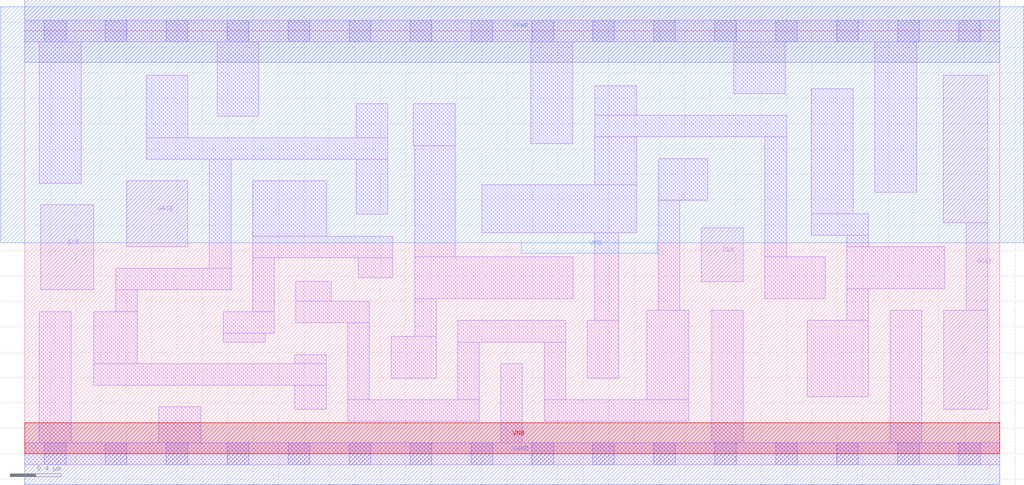
<source format=lef>
# Copyright 2020 The SkyWater PDK Authors
#
# Licensed under the Apache License, Version 2.0 (the "License");
# you may not use this file except in compliance with the License.
# You may obtain a copy of the License at
#
#     https://www.apache.org/licenses/LICENSE-2.0
#
# Unless required by applicable law or agreed to in writing, software
# distributed under the License is distributed on an "AS IS" BASIS,
# WITHOUT WARRANTIES OR CONDITIONS OF ANY KIND, either express or implied.
# See the License for the specific language governing permissions and
# limitations under the License.
#
# SPDX-License-Identifier: Apache-2.0

VERSION 5.7 ;
  NOWIREEXTENSIONATPIN ON ;
  DIVIDERCHAR "/" ;
  BUSBITCHARS "[]" ;
MACRO sky130_fd_sc_ms__sdlclkp_1
  CLASS CORE ;
  FOREIGN sky130_fd_sc_ms__sdlclkp_1 ;
  ORIGIN  0.000000  0.000000 ;
  SIZE  7.680000 BY  3.330000 ;
  SYMMETRY X Y ;
  SITE unit ;
  PIN GATE
    ANTENNAGATEAREA  0.233700 ;
    DIRECTION INPUT ;
    USE SIGNAL ;
    PORT
      LAYER li1 ;
        RECT 0.805000 1.630000 1.285000 2.150000 ;
    END
  END GATE
  PIN GCLK
    ANTENNADIFFAREA  0.616000 ;
    DIRECTION OUTPUT ;
    USE SIGNAL ;
    PORT
      LAYER li1 ;
        RECT 7.235000 1.820000 7.585000 2.980000 ;
        RECT 7.240000 0.350000 7.585000 1.130000 ;
        RECT 7.415000 1.130000 7.585000 1.820000 ;
    END
  END GCLK
  PIN SCE
    ANTENNAGATEAREA  0.233700 ;
    DIRECTION INPUT ;
    USE SIGNAL ;
    PORT
      LAYER li1 ;
        RECT 0.125000 1.290000 0.545000 1.960000 ;
    END
  END SCE
  PIN CLK
    ANTENNAGATEAREA  0.509400 ;
    DIRECTION INPUT ;
    USE CLOCK ;
    PORT
      LAYER li1 ;
        RECT 5.330000 1.355000 5.660000 1.780000 ;
    END
  END CLK
  PIN VGND
    DIRECTION INOUT ;
    USE GROUND ;
    PORT
      LAYER met1 ;
        RECT 0.000000 -0.245000 7.680000 0.245000 ;
    END
  END VGND
  PIN VNB
    DIRECTION INOUT ;
    USE GROUND ;
    PORT
      LAYER pwell ;
        RECT 0.000000 0.000000 7.680000 0.245000 ;
    END
  END VNB
  PIN VPB
    DIRECTION INOUT ;
    USE POWER ;
    PORT
      LAYER nwell ;
        RECT -0.190000 1.660000 7.870000 3.520000 ;
        RECT  3.910000 1.580000 4.980000 1.660000 ;
    END
  END VPB
  PIN VPWR
    DIRECTION INOUT ;
    USE POWER ;
    PORT
      LAYER met1 ;
        RECT 0.000000 3.085000 7.680000 3.575000 ;
    END
  END VPWR
  OBS
    LAYER li1 ;
      RECT 0.000000 -0.085000 7.680000 0.085000 ;
      RECT 0.000000  3.245000 7.680000 3.415000 ;
      RECT 0.115000  0.085000 0.365000 1.120000 ;
      RECT 0.115000  2.130000 0.445000 3.245000 ;
      RECT 0.545000  0.540000 2.375000 0.710000 ;
      RECT 0.545000  0.710000 0.885000 1.120000 ;
      RECT 0.715000  1.120000 0.885000 1.290000 ;
      RECT 0.715000  1.290000 1.625000 1.460000 ;
      RECT 0.955000  2.320000 2.860000 2.490000 ;
      RECT 0.955000  2.490000 1.285000 2.980000 ;
      RECT 1.055000  0.085000 1.385000 0.370000 ;
      RECT 1.455000  1.460000 1.625000 2.320000 ;
      RECT 1.515000  2.660000 1.845000 3.245000 ;
      RECT 1.565000  0.880000 1.895000 0.950000 ;
      RECT 1.565000  0.950000 1.965000 1.120000 ;
      RECT 1.795000  1.120000 1.965000 1.545000 ;
      RECT 1.795000  1.545000 2.900000 1.715000 ;
      RECT 1.795000  1.715000 2.380000 2.150000 ;
      RECT 2.125000  0.350000 2.375000 0.540000 ;
      RECT 2.125000  0.710000 2.375000 0.780000 ;
      RECT 2.135000  1.030000 2.715000 1.200000 ;
      RECT 2.135000  1.200000 2.415000 1.360000 ;
      RECT 2.545000  0.255000 3.580000 0.425000 ;
      RECT 2.545000  0.425000 2.715000 1.030000 ;
      RECT 2.610000  1.885000 2.860000 2.320000 ;
      RECT 2.610000  2.490000 2.860000 2.755000 ;
      RECT 2.625000  1.385000 2.900000 1.545000 ;
      RECT 2.885000  0.595000 3.240000 0.925000 ;
      RECT 3.060000  2.425000 3.390000 2.755000 ;
      RECT 3.070000  0.925000 3.240000 1.220000 ;
      RECT 3.070000  1.220000 4.320000 1.550000 ;
      RECT 3.070000  1.550000 3.390000 2.425000 ;
      RECT 3.410000  0.425000 3.580000 0.880000 ;
      RECT 3.410000  0.880000 4.260000 1.050000 ;
      RECT 3.600000  1.740000 4.820000 2.120000 ;
      RECT 3.750000  0.085000 3.920000 0.710000 ;
      RECT 3.985000  2.440000 4.315000 3.245000 ;
      RECT 4.090000  0.255000 5.230000 0.425000 ;
      RECT 4.090000  0.425000 4.260000 0.880000 ;
      RECT 4.430000  0.595000 4.680000 1.050000 ;
      RECT 4.490000  1.050000 4.680000 1.740000 ;
      RECT 4.490000  2.120000 4.820000 2.495000 ;
      RECT 4.490000  2.495000 6.000000 2.665000 ;
      RECT 4.490000  2.665000 4.820000 2.900000 ;
      RECT 4.900000  0.425000 5.230000 1.130000 ;
      RECT 4.990000  1.130000 5.160000 1.995000 ;
      RECT 4.990000  1.995000 5.380000 2.325000 ;
      RECT 5.410000  0.085000 5.660000 1.130000 ;
      RECT 5.585000  2.835000 5.990000 3.245000 ;
      RECT 5.830000  1.220000 6.305000 1.550000 ;
      RECT 5.830000  1.550000 6.000000 2.495000 ;
      RECT 6.165000  0.450000 6.645000 1.050000 ;
      RECT 6.195000  1.720000 6.645000 1.890000 ;
      RECT 6.195000  1.890000 6.525000 2.875000 ;
      RECT 6.475000  1.050000 6.645000 1.300000 ;
      RECT 6.475000  1.300000 7.245000 1.630000 ;
      RECT 6.475000  1.630000 6.645000 1.720000 ;
      RECT 6.695000  2.060000 7.025000 3.245000 ;
      RECT 6.815000  0.085000 7.065000 1.130000 ;
    LAYER mcon ;
      RECT 0.155000 -0.085000 0.325000 0.085000 ;
      RECT 0.155000  3.245000 0.325000 3.415000 ;
      RECT 0.635000 -0.085000 0.805000 0.085000 ;
      RECT 0.635000  3.245000 0.805000 3.415000 ;
      RECT 1.115000 -0.085000 1.285000 0.085000 ;
      RECT 1.115000  3.245000 1.285000 3.415000 ;
      RECT 1.595000 -0.085000 1.765000 0.085000 ;
      RECT 1.595000  3.245000 1.765000 3.415000 ;
      RECT 2.075000 -0.085000 2.245000 0.085000 ;
      RECT 2.075000  3.245000 2.245000 3.415000 ;
      RECT 2.555000 -0.085000 2.725000 0.085000 ;
      RECT 2.555000  3.245000 2.725000 3.415000 ;
      RECT 3.035000 -0.085000 3.205000 0.085000 ;
      RECT 3.035000  3.245000 3.205000 3.415000 ;
      RECT 3.515000 -0.085000 3.685000 0.085000 ;
      RECT 3.515000  3.245000 3.685000 3.415000 ;
      RECT 3.995000 -0.085000 4.165000 0.085000 ;
      RECT 3.995000  3.245000 4.165000 3.415000 ;
      RECT 4.475000 -0.085000 4.645000 0.085000 ;
      RECT 4.475000  3.245000 4.645000 3.415000 ;
      RECT 4.955000 -0.085000 5.125000 0.085000 ;
      RECT 4.955000  3.245000 5.125000 3.415000 ;
      RECT 5.435000 -0.085000 5.605000 0.085000 ;
      RECT 5.435000  3.245000 5.605000 3.415000 ;
      RECT 5.915000 -0.085000 6.085000 0.085000 ;
      RECT 5.915000  3.245000 6.085000 3.415000 ;
      RECT 6.395000 -0.085000 6.565000 0.085000 ;
      RECT 6.395000  3.245000 6.565000 3.415000 ;
      RECT 6.875000 -0.085000 7.045000 0.085000 ;
      RECT 6.875000  3.245000 7.045000 3.415000 ;
      RECT 7.355000 -0.085000 7.525000 0.085000 ;
      RECT 7.355000  3.245000 7.525000 3.415000 ;
  END
END sky130_fd_sc_ms__sdlclkp_1
END LIBRARY

</source>
